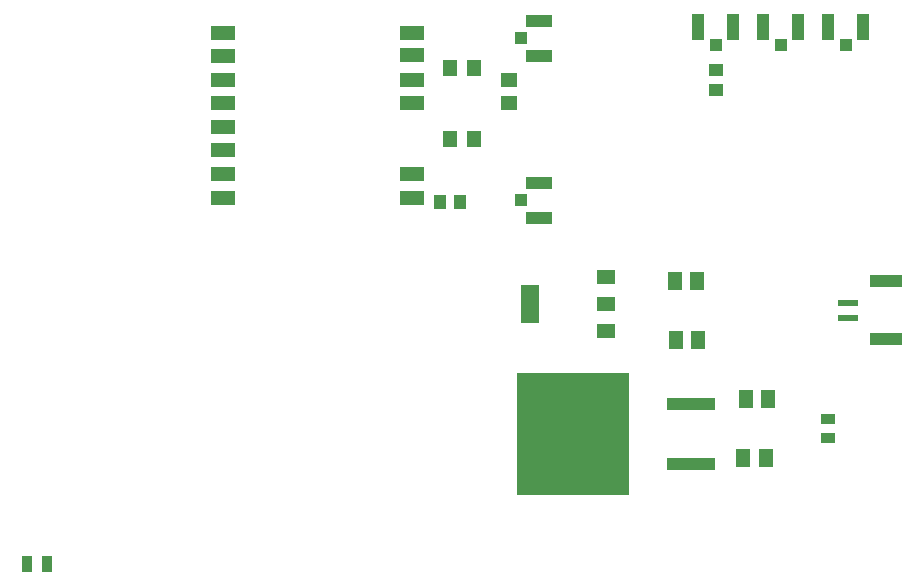
<source format=gbr>
G04*
G04 #@! TF.GenerationSoftware,Altium Limited,Altium Designer,24.6.1 (21)*
G04*
G04 Layer_Color=8421504*
%FSLAX25Y25*%
%MOIN*%
G70*
G04*
G04 #@! TF.SameCoordinates,E7B071F1-E274-4D6C-8170-77C2E5B523DC*
G04*
G04*
G04 #@! TF.FilePolarity,Positive*
G04*
G01*
G75*
%ADD21R,0.05118X0.06299*%
%ADD22R,0.05906X0.04724*%
%ADD23R,0.05906X0.12992*%
%ADD24R,0.16142X0.04134*%
%ADD25R,0.37795X0.41142*%
%ADD26R,0.04969X0.03182*%
%ADD27R,0.03937X0.04134*%
%ADD28R,0.04134X0.08661*%
%ADD29R,0.05118X0.04331*%
%ADD30R,0.10630X0.03937*%
%ADD31R,0.06693X0.02362*%
%ADD32R,0.04134X0.03937*%
%ADD33R,0.08661X0.04134*%
%ADD34R,0.03347X0.05315*%
%ADD35R,0.05709X0.04724*%
%ADD36R,0.04331X0.05118*%
%ADD37R,0.04724X0.05709*%
%ADD38R,0.07874X0.05000*%
D21*
X274409Y74803D02*
D03*
X266929D02*
D03*
X275394Y94488D02*
D03*
X267914D02*
D03*
X244489Y114173D02*
D03*
X251969D02*
D03*
X244094Y133858D02*
D03*
X251574D02*
D03*
D22*
X221260Y116929D02*
D03*
Y125984D02*
D03*
Y135039D02*
D03*
D23*
X196063Y125984D02*
D03*
D24*
X249410Y72677D02*
D03*
Y92677D02*
D03*
D25*
X210236Y82677D02*
D03*
D26*
X295276Y81488D02*
D03*
Y87803D02*
D03*
D27*
X301181Y212500D02*
D03*
X279528D02*
D03*
X257874D02*
D03*
D28*
X306988Y218504D02*
D03*
X295374D02*
D03*
X285335D02*
D03*
X273721D02*
D03*
X263681D02*
D03*
X252067D02*
D03*
D29*
X257874Y204035D02*
D03*
Y197539D02*
D03*
D30*
X314665Y114272D02*
D03*
Y133760D02*
D03*
D31*
X302067Y121555D02*
D03*
Y126476D02*
D03*
D32*
X192815Y160630D02*
D03*
Y214567D02*
D03*
D33*
X198819Y154823D02*
D03*
Y166437D02*
D03*
Y220374D02*
D03*
Y208760D02*
D03*
D34*
X28248Y39370D02*
D03*
X34744D02*
D03*
D35*
X188976Y192897D02*
D03*
Y200771D02*
D03*
D36*
X172539Y160220D02*
D03*
X166043D02*
D03*
D37*
X169291Y181102D02*
D03*
X177165D02*
D03*
Y204724D02*
D03*
X169291D02*
D03*
D38*
X156604Y161417D02*
D03*
Y200787D02*
D03*
X156612Y209035D02*
D03*
Y216535D02*
D03*
X93604Y169541D02*
D03*
X156604Y169291D02*
D03*
X93612Y216535D02*
D03*
X93582Y161417D02*
D03*
Y208661D02*
D03*
X93604Y200787D02*
D03*
X93612Y185039D02*
D03*
Y177539D02*
D03*
X93582Y192961D02*
D03*
X156604Y192913D02*
D03*
M02*

</source>
